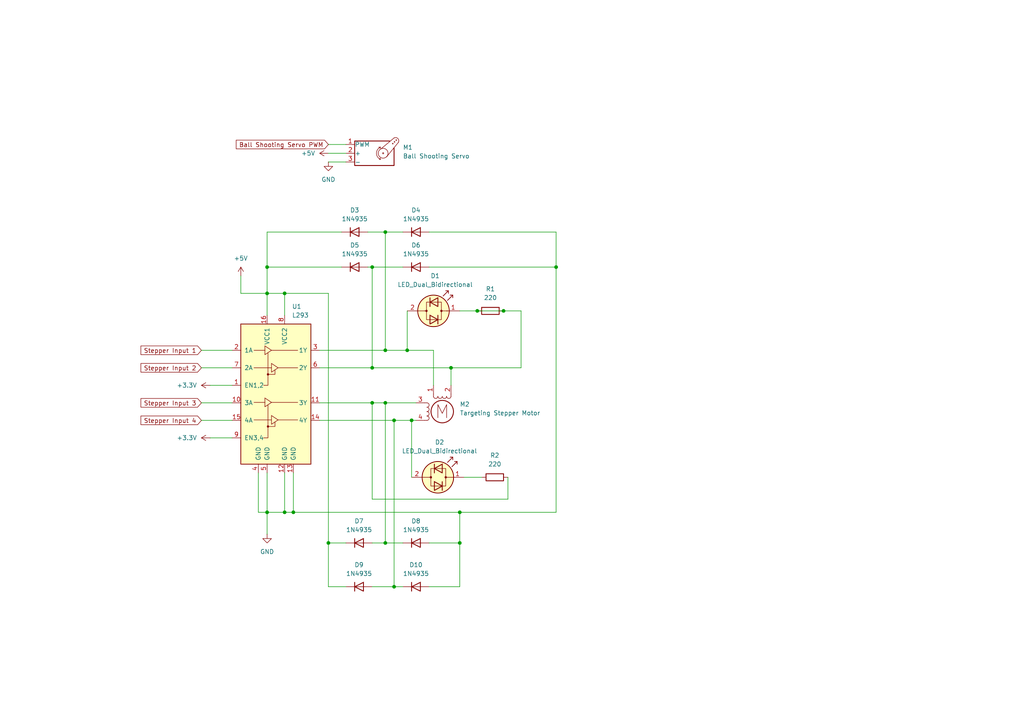
<source format=kicad_sch>
(kicad_sch (version 20250114) (generator "eeschema") (generator_version "9.0")
  (paper "A4")
  (lib_symbols
    (symbol "Device:LED_Dual_Bidirectional" (pin_names (offset 0) (hide yes))
      (property "Reference" "D" (at 0 5.715 0))
      (property "Value" "LED_Dual_Bidirectional" (at 0 -6.35 0))
      (symbol "LED_Dual_Bidirectional_0_1"
        (polyline (pts (xy -4.572 0) (xy -2.54 0)))
        (circle (center -2.032 0) (radius 0.254) (fill (type outline)))
        (polyline (pts (xy -2.032 0) (xy -2.54 0)))
        (polyline (pts (xy -1.016 3.81) (xy -1.016 1.27)) (stroke (width 0.254)))
        (polyline (pts (xy -1.016 -1.27) (xy -1.016 -3.81) (xy 1.27 -2.54) (xy -1.016 -1.27)) (stroke (width 0.254)))
        (circle (center 0 0) (radius 4.572) (stroke (width 0.254)) (fill (type background)))
        (polyline (pts (xy 1.27 3.81) (xy 1.27 1.27) (xy -1.016 2.54) (xy 1.27 3.81)) (stroke (width 0.254)))
        (polyline (pts (xy 1.27 -1.27) (xy 1.27 -3.81)) (stroke (width 0.254)))
        (polyline (pts (xy 2.286 2.54) (xy -2.032 2.54) (xy -2.032 -2.54) (xy 2.286 -2.54) (xy 2.286 2.54)))
        (circle (center 2.286 0) (radius 0.254) (fill (type outline)))
        (polyline (pts (xy 2.794 4.318) (xy 4.318 5.842) (xy 3.556 5.842)) (stroke (width 0.2032)))
        (polyline (pts (xy 4.064 3.048) (xy 5.588 4.572) (xy 4.826 4.572)) (stroke (width 0.2032)))
        (polyline (pts (xy 4.064 0) (xy 2.286 0)) (fill (type outline)))
        (polyline (pts (xy 4.318 5.842) (xy 4.318 5.08)) (stroke (width 0.2032)))
        (polyline (pts (xy 5.588 4.572) (xy 5.588 3.81)) (stroke (width 0.2032)))
      )
      (symbol "LED_Dual_Bidirectional_1_1"
        (pin input line (at -7.62 0 0) (length 3.048) (name "AK") (number "2"))
        (pin input line (at 7.62 0 180) (length 3.81) (name "KA") (number "1"))
      )
    )
    (symbol "Device:R" (pin_numbers (hide yes)) (pin_names (offset 0))
      (property "Reference" "R" (at 2.032 0 90))
      (property "Value" "R" (at 0 0 90))
      (symbol "R_0_1"
        (rectangle (start -1.016 -2.54) (end 1.016 2.54) (stroke (width 0.254)))
      )
      (symbol "R_1_1"
        (pin passive line (at 0 3.81 270) (length 1.27) (name "~") (number "1"))
        (pin passive line (at 0 -3.81 90) (length 1.27) (name "~") (number "2"))
      )
    )
    (symbol "Diode:1N4007" (pin_numbers (hide yes)) (pin_names (hide yes))
      (property "Reference" "D" (at 0 2.54 0))
      (property "Value" "1N4007" (at 0 -2.54 0))
      (symbol "1N4007_0_1"
        (polyline (pts (xy -1.27 1.27) (xy -1.27 -1.27)) (stroke (width 0.254)))
        (polyline (pts (xy 1.27 1.27) (xy 1.27 -1.27) (xy -1.27 0) (xy 1.27 1.27)) (stroke (width 0.254)))
        (polyline (pts (xy 1.27 0) (xy -1.27 0)))
      )
      (symbol "1N4007_1_1"
        (pin passive line (at -3.81 0 0) (length 2.54) (name "K") (number "1"))
        (pin passive line (at 3.81 0 180) (length 2.54) (name "A") (number "2"))
      )
    )
    (symbol "Driver_Motor:L293" (pin_names (offset 1.016))
      (property "Reference" "U" (at -5.08 26.035 0))
      (property "Value" "L293" (at -5.08 24.13 0))
      (symbol "L293_0_1"
        (rectangle (start -10.16 22.86) (end 10.16 -17.78) (stroke (width 0.254)) (fill (type background)))
        (polyline (pts (xy -6.35 15.24) (xy -3.175 15.24)))
        (polyline (pts (xy -6.35 10.16) (xy -1.27 10.16)))
        (polyline (pts (xy -6.35 0.127) (xy -3.175 0.127)))
        (polyline (pts (xy -6.35 -4.953) (xy -1.27 -4.953)))
        (polyline (pts (xy -3.175 16.51) (xy -3.175 13.97) (xy -1.27 15.24) (xy -3.175 16.51)))
        (polyline (pts (xy -3.175 1.397) (xy -3.175 -1.143) (xy -1.27 0.127) (xy -3.175 1.397)))
        (polyline (pts (xy -2.286 14.478) (xy -2.286 5.08) (xy -3.556 5.08)))
        (circle (center -2.286 8.255) (radius 0.254) (fill (type outline)))
        (polyline (pts (xy -2.286 8.255) (xy -0.254 8.255) (xy -0.254 9.525)))
        (polyline (pts (xy -2.286 -0.635) (xy -2.286 -10.16) (xy -3.556 -10.16)))
        (circle (center -2.286 -6.858) (radius 0.254) (fill (type outline)))
        (polyline (pts (xy -2.286 -6.858) (xy -0.254 -6.858) (xy -0.254 -5.588)))
        (polyline (pts (xy -1.27 15.24) (xy 6.35 15.24)))
        (polyline (pts (xy -1.27 11.43) (xy -1.27 8.89) (xy 0.635 10.16) (xy -1.27 11.43)))
        (polyline (pts (xy -1.27 0.127) (xy 6.35 0.127)))
        (polyline (pts (xy -1.27 -3.683) (xy -1.27 -6.223) (xy 0.635 -4.953) (xy -1.27 -3.683)))
        (polyline (pts (xy 0.635 10.16) (xy 6.35 10.16)))
        (polyline (pts (xy 0.635 -4.953) (xy 6.35 -4.953)))
      )
      (symbol "L293_1_1"
        (pin input line (at -12.7 15.24 0) (length 2.54) (name "1A") (number "2"))
        (pin input line (at -12.7 10.16 0) (length 2.54) (name "2A") (number "7"))
        (pin input line (at -12.7 5.08 0) (length 2.54) (name "EN1,2") (number "1"))
        (pin input line (at -12.7 0 0) (length 2.54) (name "3A") (number "10"))
        (pin input line (at -12.7 -5.08 0) (length 2.54) (name "4A") (number "15"))
        (pin input line (at -12.7 -10.16 0) (length 2.54) (name "EN3,4") (number "9"))
        (pin power_in line (at -5.08 -20.32 90) (length 2.54) (name "GND") (number "4"))
        (pin power_in line (at -2.54 25.4 270) (length 2.54) (name "VCC1") (number "16"))
        (pin power_in line (at -2.54 -20.32 90) (length 2.54) (name "GND") (number "5"))
        (pin power_in line (at 2.54 25.4 270) (length 2.54) (name "VCC2") (number "8"))
        (pin power_in line (at 2.54 -20.32 90) (length 2.54) (name "GND") (number "12"))
        (pin power_in line (at 5.08 -20.32 90) (length 2.54) (name "GND") (number "13"))
        (pin output line (at 12.7 15.24 180) (length 2.54) (name "1Y") (number "3"))
        (pin output line (at 12.7 10.16 180) (length 2.54) (name "2Y") (number "6"))
        (pin output line (at 12.7 0 180) (length 2.54) (name "3Y") (number "11"))
        (pin output line (at 12.7 -5.08 180) (length 2.54) (name "4Y") (number "14"))
      )
    )
    (symbol "Motor:Motor_Servo" (pin_names (offset 0.0254))
      (property "Reference" "M" (at -5.08 4.445 0))
      (property "Value" "Motor_Servo" (at -5.08 -4.064 0))
      (symbol "Motor_Servo_0_1"
        (polyline (pts (xy 2.413 1.778) (xy 1.905 1.778)))
        (polyline (pts (xy 2.413 1.778) (xy 2.286 1.397)))
        (polyline (pts (xy 2.413 -1.778) (xy 2.032 -1.778)))
        (polyline (pts (xy 2.413 -1.778) (xy 2.286 -1.397)))
        (arc (start 2.413 -1.778) (mid 1.2406 0) (end 2.413 1.778))
        (circle (center 3.175 0) (radius 0.1778))
        (circle (center 3.175 0) (radius 1.4224))
        (polyline (pts (xy 5.08 3.556) (xy -5.08 3.556) (xy -5.08 -3.556) (xy 6.35 -3.556) (xy 6.35 1.524)) (stroke (width 0.254)))
        (circle (center 5.969 2.794) (radius 0.127))
        (polyline (pts (xy 6.35 4.445) (xy 2.54 1.27)))
        (circle (center 6.477 3.302) (radius 0.127))
        (arc (start 6.35 4.445) (mid 7.4487 4.2737) (end 7.62 3.175))
        (circle (center 6.985 3.81) (radius 0.127))
        (polyline (pts (xy 7.62 3.175) (xy 4.191 -1.016)))
      )
      (symbol "Motor_Servo_1_1"
        (pin passive line (at -7.62 2.54 0) (length 2.54) (name "PWM") (number "1"))
        (pin passive line (at -7.62 0 0) (length 2.54) (name "+") (number "2"))
        (pin passive line (at -7.62 -2.54 0) (length 2.54) (name "-") (number "3"))
      )
    )
    (symbol "Motor:Stepper_Motor_bipolar" (pin_names (offset 0) (hide yes))
      (property "Reference" "M" (at 3.81 2.54 0))
      (property "Value" "Stepper_Motor_bipolar" (at 3.81 1.27 0))
      (symbol "Stepper_Motor_bipolar_0_0"
        (polyline (pts (xy -1.27 -1.778) (xy -1.27 2.032) (xy 0 -0.508) (xy 1.27 2.032) (xy 1.27 -1.778)))
      )
      (symbol "Stepper_Motor_bipolar_0_1"
        (polyline (pts (xy -5.08 2.54) (xy -4.445 2.54)))
        (polyline (pts (xy -5.08 -2.54) (xy -4.445 -2.54)))
        (arc (start -4.445 2.54) (mid -3.8127 1.905) (end -4.445 1.27))
        (arc (start -4.445 1.27) (mid -3.8127 0.635) (end -4.445 0))
        (arc (start -4.445 0) (mid -3.8127 -0.635) (end -4.445 -1.27))
        (arc (start -4.445 -1.27) (mid -3.8127 -1.905) (end -4.445 -2.54))
        (polyline (pts (xy -2.54 5.08) (xy -2.54 4.445)))
        (arc (start -1.27 4.445) (mid -1.905 3.8127) (end -2.54 4.445))
        (arc (start 0 4.445) (mid -0.635 3.8127) (end -1.27 4.445))
        (circle (center 0 0) (radius 3.2512) (stroke (width 0.254)))
        (arc (start 1.27 4.445) (mid 0.635 3.8127) (end 0 4.445))
        (arc (start 2.54 4.445) (mid 1.905 3.8127) (end 1.27 4.445))
        (polyline (pts (xy 2.54 5.08) (xy 2.54 4.445)))
      )
      (symbol "Stepper_Motor_bipolar_1_1"
        (pin passive line (at -7.62 2.54 0) (length 2.54) (name "~") (number "3"))
        (pin passive line (at -7.62 -2.54 0) (length 2.54) (name "~") (number "4"))
        (pin passive line (at -2.54 7.62 270) (length 2.54) (name "~") (number "1"))
        (pin passive line (at 2.54 7.62 270) (length 2.54) (name "-") (number "2"))
      )
    )
    (symbol "power:+3.3V" (power) (pin_numbers (hide yes)) (pin_names (offset 0) (hide yes))
      (property "Value" "+3.3V" (at 0 3.556 0))
      (symbol "+3.3V_0_1"
        (polyline (pts (xy -0.762 1.27) (xy 0 2.54)))
        (polyline (pts (xy 0 2.54) (xy 0.762 1.27)))
        (polyline (pts (xy 0 0) (xy 0 2.54)))
      )
      (symbol "+3.3V_1_1"
        (pin power_in line (at 0 0 90) (length 0) (name "~") (number "1"))
      )
    )
    (symbol "power:+5V" (power) (pin_numbers (hide yes)) (pin_names (offset 0) (hide yes))
      (property "Value" "+5V" (at 0 3.556 0))
      (symbol "+5V_0_1"
        (polyline (pts (xy -0.762 1.27) (xy 0 2.54)))
        (polyline (pts (xy 0 2.54) (xy 0.762 1.27)))
        (polyline (pts (xy 0 0) (xy 0 2.54)))
      )
      (symbol "+5V_1_1"
        (pin power_in line (at 0 0 90) (length 0) (name "~") (number "1"))
      )
    )
    (symbol "power:GND" (power) (pin_numbers (hide yes)) (pin_names (offset 0) (hide yes))
      (property "Value" "GND" (at 0 -3.81 0))
      (symbol "GND_0_1"
        (polyline (pts (xy 0 0) (xy 0 -1.27) (xy 1.27 -1.27) (xy 0 -2.54) (xy -1.27 -1.27) (xy 0 -1.27)))
      )
      (symbol "GND_1_1"
        (pin power_in line (at 0 0 270) (length 0) (name "~") (number "1"))
      )
    )
  )
  (junction (at 114.3 170.18))
  (junction (at 161.29 77.47))
  (junction (at 133.35 148.59))
  (junction (at 130.81 106.68))
  (junction (at 119.38 121.92))
  (junction (at 82.55 85.09))
  (junction (at 138.43 90.17))
  (junction (at 85.09 148.59))
  (junction (at 82.55 148.59))
  (junction (at 111.76 67.31))
  (junction (at 107.95 106.68))
  (junction (at 107.95 77.47))
  (junction (at 133.35 157.48))
  (junction (at 77.47 77.47))
  (junction (at 111.76 116.84))
  (junction (at 111.76 157.48))
  (junction (at 114.3 121.92))
  (junction (at 107.95 116.84))
  (junction (at 111.76 101.6))
  (junction (at 118.11 101.6))
  (junction (at 95.25 157.48))
  (junction (at 77.47 85.09))
  (junction (at 146.05 90.17))
  (junction (at 77.47 148.59))
  (wire (pts (xy 77.47 77.47) (xy 99.06 77.47)))
  (wire (pts (xy 85.09 148.59) (xy 133.35 148.59)))
  (wire (pts (xy 92.71 121.92) (xy 114.3 121.92)))
  (wire (pts (xy 77.47 67.31) (xy 99.06 67.31)))
  (wire (pts (xy 74.93 137.16) (xy 74.93 148.59)))
  (wire (pts (xy 107.95 77.47) (xy 107.95 106.68)))
  (wire (pts (xy 58.42 116.84) (xy 67.31 116.84)))
  (wire (pts (xy 161.29 77.47) (xy 161.29 148.59)))
  (wire (pts (xy 114.3 170.18) (xy 116.84 170.18)))
  (wire (pts (xy 107.95 144.78) (xy 107.95 116.84)))
  (wire (pts (xy 125.73 101.6) (xy 125.73 111.76)))
  (wire (pts (xy 124.46 77.47) (xy 161.29 77.47)))
  (wire (pts (xy 69.85 80.01) (xy 69.85 85.09)))
  (wire (pts (xy 111.76 157.48) (xy 111.76 116.84)))
  (wire (pts (xy 106.68 67.31) (xy 111.76 67.31)))
  (wire (pts (xy 151.13 90.17) (xy 151.13 106.68)))
  (wire (pts (xy 77.47 154.94) (xy 77.47 148.59)))
  (wire (pts (xy 111.76 116.84) (xy 120.65 116.84)))
  (wire (pts (xy 82.55 91.44) (xy 82.55 85.09)))
  (wire (pts (xy 82.55 137.16) (xy 82.55 148.59)))
  (wire (pts (xy 116.84 77.47) (xy 107.95 77.47)))
  (wire (pts (xy 133.35 157.48) (xy 133.35 170.18)))
  (wire (pts (xy 147.32 138.43) (xy 147.32 144.78)))
  (wire (pts (xy 133.35 90.17) (xy 138.43 90.17)))
  (wire (pts (xy 77.47 77.47) (xy 77.47 85.09)))
  (wire (pts (xy 111.76 67.31) (xy 116.84 67.31)))
  (wire (pts (xy 124.46 67.31) (xy 161.29 67.31)))
  (wire (pts (xy 60.96 127) (xy 67.31 127)))
  (wire (pts (xy 161.29 148.59) (xy 133.35 148.59)))
  (wire (pts (xy 124.46 157.48) (xy 133.35 157.48)))
  (wire (pts (xy 118.11 90.17) (xy 118.11 101.6)))
  (wire (pts (xy 58.42 106.68) (xy 67.31 106.68)))
  (wire (pts (xy 58.42 101.6) (xy 67.31 101.6)))
  (wire (pts (xy 151.13 106.68) (xy 130.81 106.68)))
  (wire (pts (xy 147.32 144.78) (xy 107.95 144.78)))
  (wire (pts (xy 114.3 121.92) (xy 114.3 170.18)))
  (wire (pts (xy 95.25 41.91) (xy 100.33 41.91)))
  (wire (pts (xy 124.46 170.18) (xy 133.35 170.18)))
  (wire (pts (xy 107.95 116.84) (xy 111.76 116.84)))
  (wire (pts (xy 95.25 46.99) (xy 100.33 46.99)))
  (wire (pts (xy 95.25 85.09) (xy 95.25 157.48)))
  (wire (pts (xy 95.25 44.45) (xy 100.33 44.45)))
  (wire (pts (xy 77.47 77.47) (xy 77.47 67.31)))
  (wire (pts (xy 151.13 90.17) (xy 146.05 90.17)))
  (wire (pts (xy 107.95 157.48) (xy 111.76 157.48)))
  (wire (pts (xy 146.05 90.17) (xy 138.43 90.17)))
  (wire (pts (xy 77.47 137.16) (xy 77.47 148.59)))
  (wire (pts (xy 95.25 157.48) (xy 100.33 157.48)))
  (wire (pts (xy 134.62 138.43) (xy 139.7 138.43)))
  (wire (pts (xy 130.81 106.68) (xy 130.81 111.76)))
  (wire (pts (xy 118.11 101.6) (xy 125.73 101.6)))
  (wire (pts (xy 111.76 101.6) (xy 118.11 101.6)))
  (wire (pts (xy 114.3 121.92) (xy 119.38 121.92)))
  (wire (pts (xy 106.68 77.47) (xy 107.95 77.47)))
  (wire (pts (xy 161.29 67.31) (xy 161.29 77.47)))
  (wire (pts (xy 82.55 148.59) (xy 77.47 148.59)))
  (wire (pts (xy 95.25 157.48) (xy 95.25 170.18)))
  (wire (pts (xy 92.71 116.84) (xy 107.95 116.84)))
  (wire (pts (xy 82.55 85.09) (xy 95.25 85.09)))
  (wire (pts (xy 58.42 121.92) (xy 67.31 121.92)))
  (wire (pts (xy 111.76 157.48) (xy 116.84 157.48)))
  (wire (pts (xy 92.71 106.68) (xy 107.95 106.68)))
  (wire (pts (xy 77.47 148.59) (xy 74.93 148.59)))
  (wire (pts (xy 111.76 67.31) (xy 111.76 101.6)))
  (wire (pts (xy 82.55 148.59) (xy 85.09 148.59)))
  (wire (pts (xy 107.95 170.18) (xy 114.3 170.18)))
  (wire (pts (xy 100.33 170.18) (xy 95.25 170.18)))
  (wire (pts (xy 85.09 137.16) (xy 85.09 148.59)))
  (wire (pts (xy 69.85 85.09) (xy 77.47 85.09)))
  (wire (pts (xy 133.35 148.59) (xy 133.35 157.48)))
  (wire (pts (xy 77.47 85.09) (xy 77.47 91.44)))
  (wire (pts (xy 119.38 121.92) (xy 120.65 121.92)))
  (wire (pts (xy 92.71 101.6) (xy 111.76 101.6)))
  (wire (pts (xy 107.95 106.68) (xy 130.81 106.68)))
  (wire (pts (xy 77.47 85.09) (xy 82.55 85.09)))
  (wire (pts (xy 119.38 121.92) (xy 119.38 138.43)))
  (wire (pts (xy 60.96 111.76) (xy 67.31 111.76)))
  (global_label "Stepper Input 3" (shape input) (at 58.42 116.84 180) (property "Intersheetrefs" "${INTERSHEET_REFS}" (effects (hide yes))))
  (global_label "Stepper Input 1" (shape input) (at 58.42 101.6 180) (property "Intersheetrefs" "${INTERSHEET_REFS}" (effects (hide yes))))
  (global_label "Ball Shooting Servo PWM" (shape input) (at 95.25 41.91 180) (property "Intersheetrefs" "${INTERSHEET_REFS}" (effects (hide yes))))
  (global_label "Stepper Input 2" (shape input) (at 58.42 106.68 180) (property "Intersheetrefs" "${INTERSHEET_REFS}" (effects (hide yes))))
  (global_label "Stepper Input 4" (shape input) (at 58.42 121.92 180) (property "Intersheetrefs" "${INTERSHEET_REFS}" (effects (hide yes))))
  (symbol (lib_id "Motor:Motor_Servo") (at 107.95 44.45 0) (unit 1)
    (property "Reference" "M1" (at 116.84 42.7468 0) (effects (justify left)))
    (property "Value" "Ball Shooting Servo" (at 116.84 45.2868 0) (effects (justify left)))
    (property "Datasheet" "http://forums.parallax.com/uploads/attachments/46831/74481.png" (effects (hide yes)))
    (property "Description" "Servo Motor (Futaba, HiTec, JR connector)" (effects (hide yes)))
  )
  (symbol (lib_id "Diode:1N4007") (at 120.65 77.47 0) (unit 1)
    (property "Reference" "D6" (at 120.65 71.12 0))
    (property "Value" "1N4935" (at 120.65 73.66 0))
    (property "Footprint" "Diode_THT:D_DO-41_SOD81_P10.16mm_Horizontal" (effects (hide yes)))
    (property "Datasheet" "http://www.vishay.com/docs/88503/1n4001.pdf" (effects (hide yes)))
    (property "Description" "1000V 1A General Purpose Rectifier Diode, DO-41" (effects (hide yes)))
    (property "Sim.Device" "D" (effects (hide yes)))
    (property "Sim.Pins" "1=K 2=A" (effects (hide yes)))
  )
  (symbol (lib_id "Diode:1N4007") (at 120.65 157.48 0) (unit 1)
    (property "Reference" "D8" (at 120.65 151.13 0))
    (property "Value" "1N4935" (at 120.65 153.67 0))
    (property "Footprint" "Diode_THT:D_DO-41_SOD81_P10.16mm_Horizontal" (effects (hide yes)))
    (property "Datasheet" "http://www.vishay.com/docs/88503/1n4001.pdf" (effects (hide yes)))
    (property "Description" "1000V 1A General Purpose Rectifier Diode, DO-41" (effects (hide yes)))
    (property "Sim.Device" "D" (effects (hide yes)))
    (property "Sim.Pins" "1=K 2=A" (effects (hide yes)))
  )
  (symbol (lib_id "Device:R") (at 143.51 138.43 90) (unit 1)
    (property "Reference" "R2" (at 143.51 132.08 90))
    (property "Value" "220" (at 143.51 134.62 90))
    (property "Description" "Resistor" (effects (hide yes)))
  )
  (symbol (lib_id "Diode:1N4007") (at 104.14 170.18 0) (unit 1)
    (property "Reference" "D9" (at 104.14 163.83 0))
    (property "Value" "1N4935" (at 104.14 166.37 0))
    (property "Footprint" "Diode_THT:D_DO-41_SOD81_P10.16mm_Horizontal" (effects (hide yes)))
    (property "Datasheet" "http://www.vishay.com/docs/88503/1n4001.pdf" (effects (hide yes)))
    (property "Description" "1000V 1A General Purpose Rectifier Diode, DO-41" (effects (hide yes)))
    (property "Sim.Device" "D" (effects (hide yes)))
    (property "Sim.Pins" "1=K 2=A" (effects (hide yes)))
  )
  (symbol (lib_id "Diode:1N4007") (at 120.65 170.18 0) (unit 1)
    (property "Reference" "D10" (at 120.65 163.83 0))
    (property "Value" "1N4935" (at 120.65 166.37 0))
    (property "Footprint" "Diode_THT:D_DO-41_SOD81_P10.16mm_Horizontal" (effects (hide yes)))
    (property "Datasheet" "http://www.vishay.com/docs/88503/1n4001.pdf" (effects (hide yes)))
    (property "Description" "1000V 1A General Purpose Rectifier Diode, DO-41" (effects (hide yes)))
    (property "Sim.Device" "D" (effects (hide yes)))
    (property "Sim.Pins" "1=K 2=A" (effects (hide yes)))
  )
  (symbol (lib_id "power:+3.3V") (at 60.96 127 90) (unit 1)
    (property "Reference" "#PWR05" (effects (hide yes)))
    (property "Value" "+3.3V" (at 57.15 126.9999 90) (effects (justify left)))
    (property "Description" "Power symbol creates a global label with name \"+3.3V\"" (effects (hide yes)))
  )
  (symbol (lib_id "power:+5V") (at 69.85 80.01 0) (unit 1)
    (property "Reference" "#PWR03" (effects (hide yes)))
    (property "Value" "+5V" (at 69.85 74.93 0))
    (property "Description" "Power symbol creates a global label with name \"+5V\"" (effects (hide yes)))
  )
  (symbol (lib_id "Device:LED_Dual_Bidirectional") (at 125.73 90.17 0) (unit 1)
    (property "Reference" "D1" (at 126.2253 80.01 0))
    (property "Value" "LED_Dual_Bidirectional" (at 126.2253 82.55 0))
    (property "Description" "Dual LED, bidirectional" (effects (hide yes)))
  )
  (symbol (lib_id "Diode:1N4007") (at 120.65 67.31 0) (unit 1)
    (property "Reference" "D4" (at 120.65 60.96 0))
    (property "Value" "1N4935" (at 120.65 63.5 0))
    (property "Footprint" "Diode_THT:D_DO-41_SOD81_P10.16mm_Horizontal" (effects (hide yes)))
    (property "Datasheet" "http://www.vishay.com/docs/88503/1n4001.pdf" (effects (hide yes)))
    (property "Description" "1000V 1A General Purpose Rectifier Diode, DO-41" (effects (hide yes)))
    (property "Sim.Device" "D" (effects (hide yes)))
    (property "Sim.Pins" "1=K 2=A" (effects (hide yes)))
  )
  (symbol (lib_id "Device:R") (at 142.24 90.17 90) (unit 1)
    (property "Reference" "R1" (at 142.24 83.82 90))
    (property "Value" "220" (at 142.24 86.36 90))
    (property "Description" "Resistor" (effects (hide yes)))
  )
  (symbol (lib_id "Diode:1N4007") (at 104.14 157.48 0) (unit 1)
    (property "Reference" "D7" (at 104.14 151.13 0))
    (property "Value" "1N4935" (at 104.14 153.67 0))
    (property "Footprint" "Diode_THT:D_DO-41_SOD81_P10.16mm_Horizontal" (effects (hide yes)))
    (property "Datasheet" "http://www.vishay.com/docs/88503/1n4001.pdf" (effects (hide yes)))
    (property "Description" "1000V 1A General Purpose Rectifier Diode, DO-41" (effects (hide yes)))
    (property "Sim.Device" "D" (effects (hide yes)))
    (property "Sim.Pins" "1=K 2=A" (effects (hide yes)))
  )
  (symbol (lib_id "Device:LED_Dual_Bidirectional") (at 127 138.43 0) (unit 1)
    (property "Reference" "D2" (at 127.4953 128.27 0))
    (property "Value" "LED_Dual_Bidirectional" (at 127.4953 130.81 0))
    (property "Description" "Dual LED, bidirectional" (effects (hide yes)))
  )
  (symbol (lib_id "power:+3.3V") (at 60.96 111.76 90) (unit 1)
    (property "Reference" "#PWR03" (effects (hide yes)))
    (property "Value" "+3.3V" (at 57.15 111.7599 90) (effects (justify left)))
    (property "Description" "Power symbol creates a global label with name \"+3.3V\"" (effects (hide yes)))
  )
  (symbol (lib_id "power:GND") (at 77.47 154.94 0) (unit 1)
    (property "Reference" "#PWR04" (effects (hide yes)))
    (property "Value" "GND" (at 77.47 160.02 0))
    (property "Description" "Power symbol creates a global label with name \"GND\" , ground" (effects (hide yes)))
  )
  (symbol (lib_id "power:GND") (at 95.25 46.99 0) (unit 1)
    (property "Reference" "#PWR01" (effects (hide yes)))
    (property "Value" "GND" (at 95.25 52.07 0))
    (property "Description" "Power symbol creates a global label with name \"GND\" , ground" (effects (hide yes)))
  )
  (symbol (lib_id "Diode:1N4007") (at 102.87 77.47 0) (unit 1)
    (property "Reference" "D5" (at 102.87 71.12 0))
    (property "Value" "1N4935" (at 102.87 73.66 0))
    (property "Footprint" "Diode_THT:D_DO-41_SOD81_P10.16mm_Horizontal" (effects (hide yes)))
    (property "Datasheet" "http://www.vishay.com/docs/88503/1n4001.pdf" (effects (hide yes)))
    (property "Description" "1000V 1A General Purpose Rectifier Diode, DO-41" (effects (hide yes)))
    (property "Sim.Device" "D" (effects (hide yes)))
    (property "Sim.Pins" "1=K 2=A" (effects (hide yes)))
  )
  (symbol (lib_id "Motor:Stepper_Motor_bipolar") (at 128.27 119.38 0) (unit 1)
    (property "Reference" "M2" (at 133.35 117.259 0) (effects (justify left)))
    (property "Value" "Targeting Stepper Motor" (at 133.35 119.799 0) (effects (justify left)))
    (property "Datasheet" "http://www.infineon.com/dgdl/Application-Note-TLE8110EE_driving_UniPolarStepperMotor_V1.1.pdf?fileId=db3a30431be39b97011be5d0aa0a00b0" (effects (hide yes)))
    (property "Description" "4-wire bipolar stepper motor" (effects (hide yes)))
  )
  (symbol (lib_id "Diode:1N4007") (at 102.87 67.31 0) (unit 1)
    (property "Reference" "D3" (at 102.87 60.96 0))
    (property "Value" "1N4935" (at 102.87 63.5 0))
    (property "Footprint" "Diode_THT:D_DO-41_SOD81_P10.16mm_Horizontal" (effects (hide yes)))
    (property "Datasheet" "http://www.vishay.com/docs/88503/1n4001.pdf" (effects (hide yes)))
    (property "Description" "1000V 1A General Purpose Rectifier Diode, DO-41" (effects (hide yes)))
    (property "Sim.Device" "D" (effects (hide yes)))
    (property "Sim.Pins" "1=K 2=A" (effects (hide yes)))
  )
  (symbol (lib_id "Driver_Motor:L293") (at 80.01 116.84 0) (unit 1)
    (property "Reference" "U1" (at 84.6933 88.9 0) (effects (justify left)))
    (property "Value" "L293" (at 84.6933 91.44 0) (effects (justify left)))
    (property "Footprint" "Package_DIP:DIP-16_W7.62mm" (effects (hide yes)))
    (property "Datasheet" "http://www.ti.com/lit/ds/symlink/l293.pdf" (effects (hide yes)))
    (property "Description" "Quadruple Half-H Drivers" (effects (hide yes)))
  )
  (symbol (lib_id "power:+5V") (at 95.25 44.45 90) (unit 1)
    (property "Reference" "#PWR02" (effects (hide yes)))
    (property "Value" "+5V" (at 91.44 44.4499 90) (effects (justify left)))
    (property "Description" "Power symbol creates a global label with name \"+5V\"" (effects (hide yes)))
  )
)
</source>
